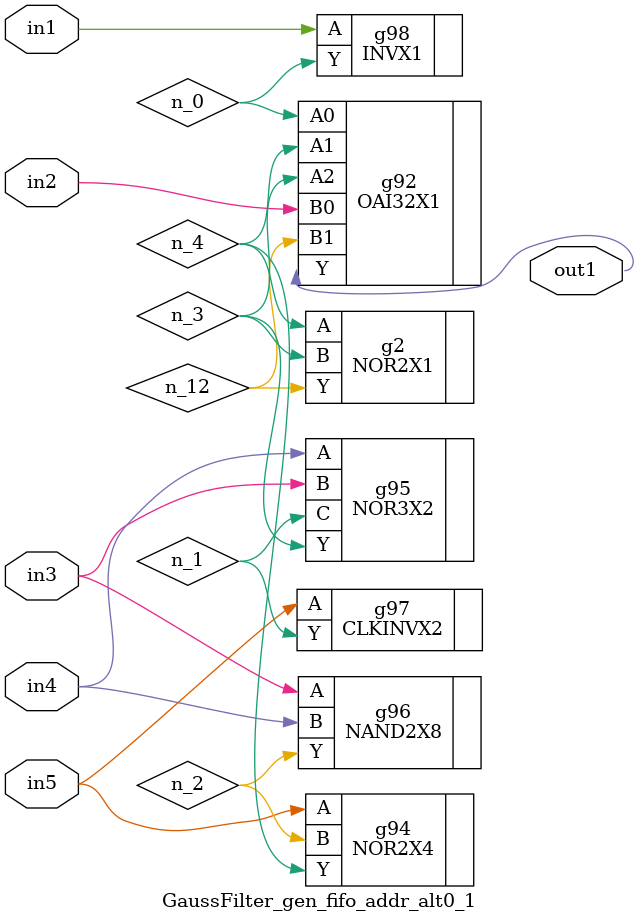
<source format=v>
`timescale 1ps / 1ps


module GaussFilter_gen_fifo_addr_alt0_1(in1, in2, in3, in4, in5, out1);
  input in1, in2, in3, in4, in5;
  output out1;
  wire in1, in2, in3, in4, in5;
  wire out1;
  wire n_0, n_1, n_2, n_3, n_4, n_12;
  OAI32X1 g92(.A0 (n_0), .A1 (n_4), .A2 (n_3), .B0 (in2), .B1 (n_12),
       .Y (out1));
  NOR2X4 g94(.A (in5), .B (n_2), .Y (n_4));
  NOR3X2 g95(.A (in4), .B (in3), .C (n_1), .Y (n_3));
  NAND2X8 g96(.A (in3), .B (in4), .Y (n_2));
  CLKINVX2 g97(.A (in5), .Y (n_1));
  INVX1 g98(.A (in1), .Y (n_0));
  NOR2X1 g2(.A (n_4), .B (n_3), .Y (n_12));
endmodule


</source>
